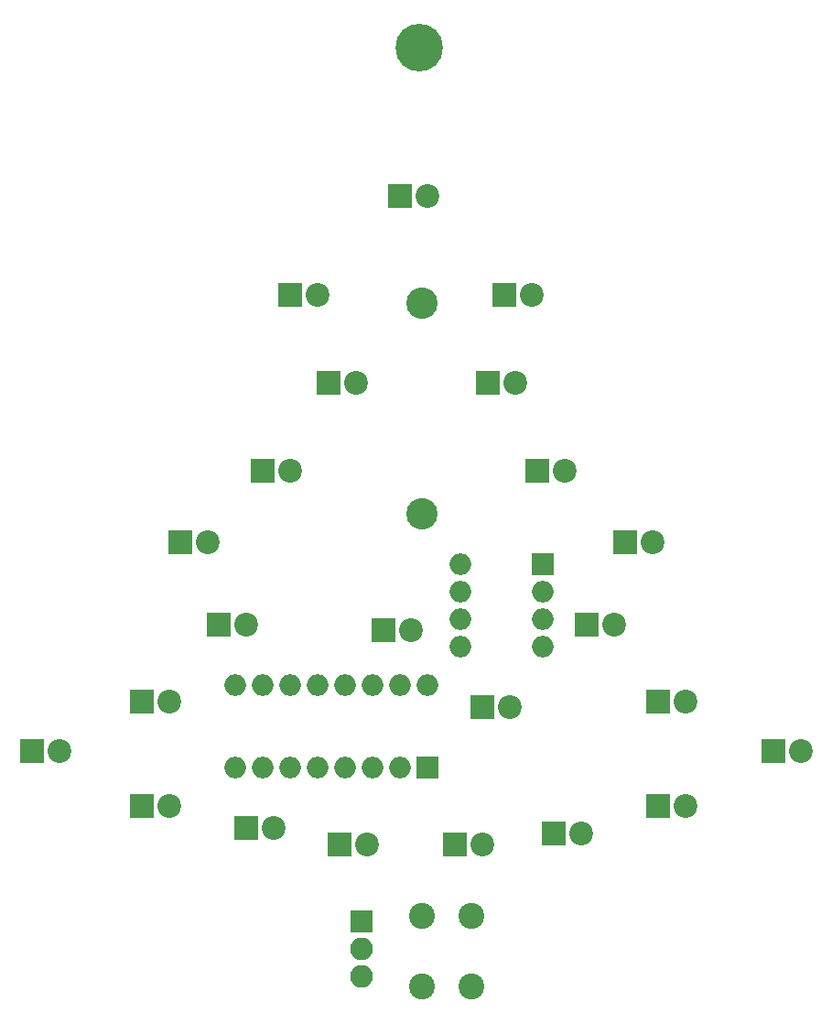
<source format=gbr>
G04 #@! TF.FileFunction,Soldermask,Bot*
%FSLAX46Y46*%
G04 Gerber Fmt 4.6, Leading zero omitted, Abs format (unit mm)*
G04 Created by KiCad (PCBNEW 4.0.7) date 09/09/18 15:16:27*
%MOMM*%
%LPD*%
G01*
G04 APERTURE LIST*
%ADD10C,0.100000*%
%ADD11C,2.900000*%
%ADD12C,2.400000*%
%ADD13R,2.200000X2.200000*%
%ADD14C,2.200000*%
%ADD15R,2.000000X2.000000*%
%ADD16O,2.000000X2.000000*%
%ADD17R,2.100000X2.100000*%
%ADD18O,2.100000X2.100000*%
%ADD19C,4.400000*%
G04 APERTURE END LIST*
D10*
D11*
X133096000Y-100456000D03*
X133096000Y-80956000D03*
D12*
X133168000Y-137668000D03*
X137668000Y-137668000D03*
X133168000Y-144168000D03*
X137668000Y-144168000D03*
D13*
X125476000Y-131064000D03*
D14*
X128016000Y-131064000D03*
D13*
X116840000Y-129540000D03*
D14*
X119380000Y-129540000D03*
D13*
X107188000Y-127508000D03*
D14*
X109728000Y-127508000D03*
D13*
X97028000Y-122428000D03*
D14*
X99568000Y-122428000D03*
D13*
X107188000Y-117856000D03*
D14*
X109728000Y-117856000D03*
D13*
X114300000Y-110744000D03*
D14*
X116840000Y-110744000D03*
D13*
X110744000Y-103124000D03*
D14*
X113284000Y-103124000D03*
D13*
X118364000Y-96520000D03*
D14*
X120904000Y-96520000D03*
D13*
X124460000Y-88392000D03*
D14*
X127000000Y-88392000D03*
D13*
X120904000Y-80264000D03*
D14*
X123444000Y-80264000D03*
D13*
X131064000Y-71120000D03*
D14*
X133604000Y-71120000D03*
D13*
X140716000Y-80264000D03*
D14*
X143256000Y-80264000D03*
D13*
X139192000Y-88392000D03*
D14*
X141732000Y-88392000D03*
D13*
X143764000Y-96520000D03*
D14*
X146304000Y-96520000D03*
D13*
X151892000Y-103124000D03*
D14*
X154432000Y-103124000D03*
D13*
X148336000Y-110744000D03*
D14*
X150876000Y-110744000D03*
D13*
X154940000Y-117856000D03*
D14*
X157480000Y-117856000D03*
D13*
X165608000Y-122428000D03*
D14*
X168148000Y-122428000D03*
D13*
X154940000Y-127508000D03*
D14*
X157480000Y-127508000D03*
D13*
X145288000Y-130048000D03*
D14*
X147828000Y-130048000D03*
D13*
X136144000Y-131064000D03*
D14*
X138684000Y-131064000D03*
D13*
X138684000Y-118364000D03*
D14*
X141224000Y-118364000D03*
D13*
X129540000Y-111252000D03*
D14*
X132080000Y-111252000D03*
D15*
X133604000Y-123952000D03*
D16*
X115824000Y-116332000D03*
X131064000Y-123952000D03*
X118364000Y-116332000D03*
X128524000Y-123952000D03*
X120904000Y-116332000D03*
X125984000Y-123952000D03*
X123444000Y-116332000D03*
X123444000Y-123952000D03*
X125984000Y-116332000D03*
X120904000Y-123952000D03*
X128524000Y-116332000D03*
X118364000Y-123952000D03*
X131064000Y-116332000D03*
X115824000Y-123952000D03*
X133604000Y-116332000D03*
D15*
X144272000Y-105156000D03*
D16*
X136652000Y-112776000D03*
X144272000Y-107696000D03*
X136652000Y-110236000D03*
X144272000Y-110236000D03*
X136652000Y-107696000D03*
X144272000Y-112776000D03*
X136652000Y-105156000D03*
D17*
X127508000Y-138176000D03*
D18*
X127508000Y-140716000D03*
X127508000Y-143256000D03*
D19*
X132842000Y-57364000D03*
M02*

</source>
